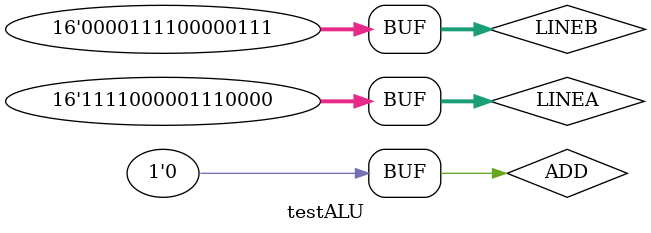
<source format=v>
module ALU
(
    input [15:0] LINEA, LINEB,
    input ADD,
    output reg [15:0] LINEOUT
);

    always @ (*)
        begin
            if (ADD)
                begin
                    LINEOUT <= LINEA + LINEB;
                end
            else
                begin
                    LINEOUT <= LINEA - LINEB;
                end
        end
    
endmodule

module testALU;

    reg [15:0] LINEA, LINEB;
    reg ADD;
    wire [15:0] LINEOUT;
    
    ALU UUT(
        .LINEA(LINEA),
        .LINEB(LINEB),
        .LINEOUT(LINEOUT),
        .ADD(ADD)
    );
    
    initial begin
        LINEA = 16'b0000_0000_0000_0000;
        LINEB = 16'b0000_0000_0000_0000;
        ADD = 1'b0;
    end    
    
    initial begin
        #1
        LINEA = 16'b0000_0000_0110_0000;
        LINEB = 16'b0100_1100_0000_0000;
        ADD = 1'b1;
        #1
        LINEA = 16'b0000_0111_0000_0000;
        LINEB = 16'b0000_0001_0000_0000;
        ADD = 1'b0;
        #1
        LINEA = 16'b1111_0000_0000_0000;
        LINEB = 16'b0011_0000_0000_0000;
        ADD = 1'b0;
        #1
        LINEA = 16'b1111_0000_0111_0000;
        LINEB = 16'b0000_1111_0000_0111;
        ADD = 1'b0;
    end
    
endmodule

</source>
